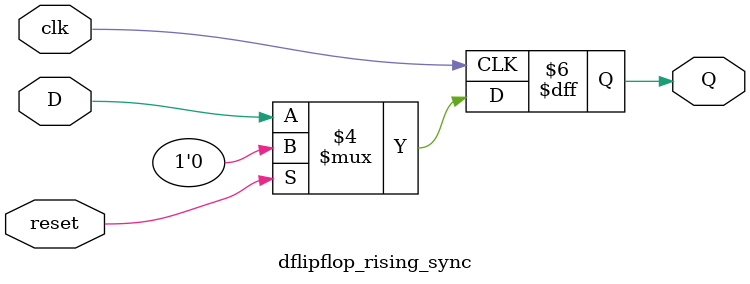
<source format=v>

module dflipflop_rising_sync (clk, reset, D, Q);

// inputs and output
input clk;
input reset;
input D;
output reg Q;

always @(posedge clk)
begin
    if (reset == 1'b1)
        Q <= 1'b0;
    else
        Q <= D;
end

endmodule

</source>
